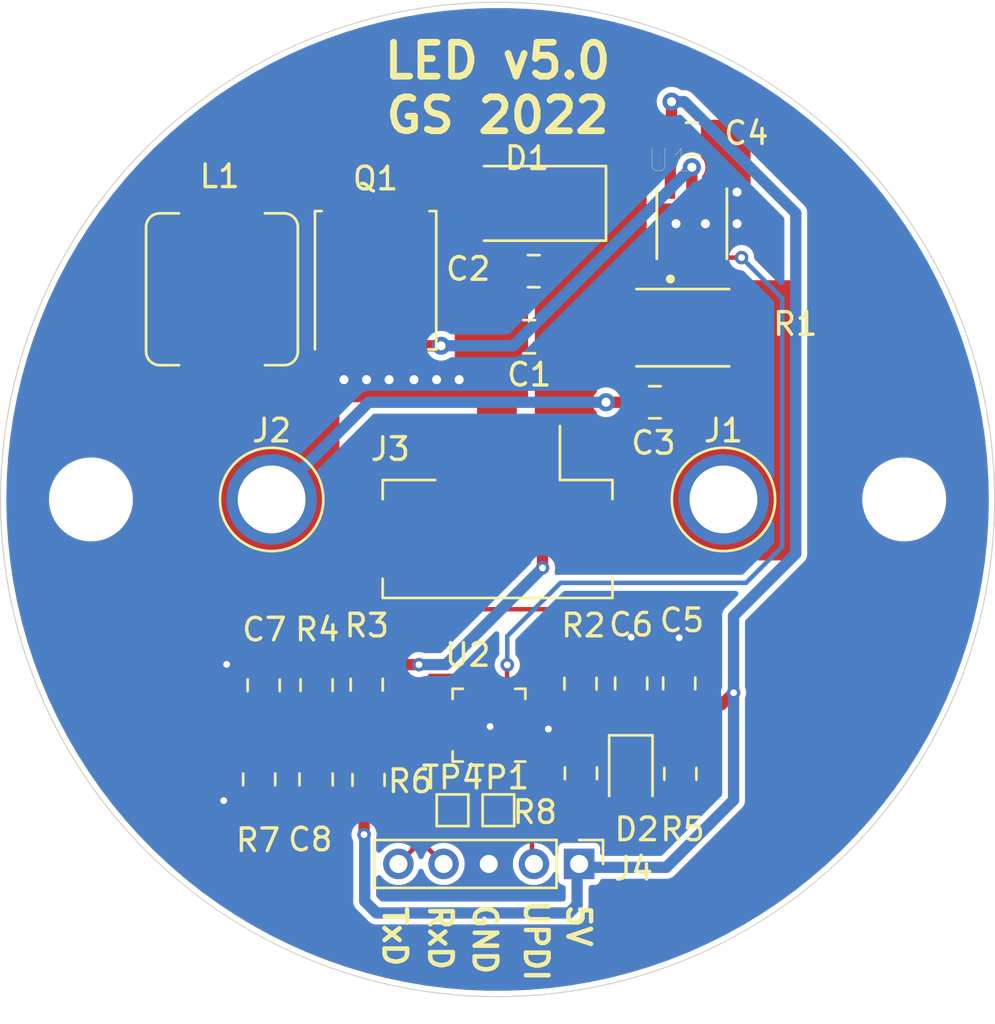
<source format=kicad_pcb>
(kicad_pcb (version 20211014) (generator pcbnew)
  (layers (0 "F.Cu" signal) (31 "B.Cu" signal) (34 "B.Paste" user) (35 "F.Paste" user) (36 "B.SilkS" user "B.Silkscreen") (37 "F.SilkS" user "F.Silkscreen") (38 "B.Mask" user) (39 "F.Mask" user) (44 "Edge.Cuts" user))
  (net 0 "")
  (net 1 "GND")
  (net 2 "VCC")
  (net 3 "Net-(C3-Pad1)")
  (net 4 "+5V")
  (net 5 "Net-(D1-Pad2)")
  (net 6 "Net-(D2-Pad2)")
  (net 7 "/LED")
  (net 8 "/MODE")
  (net 9 "/TMESS")
  (net 10 "/PWM")
  (net 11 "Net-(Q1-Pad4)")
  (net 12 "/VMESS")
  (net 13 "Net-(C3-Pad2)")
  (net 14 "Net-(R8-Pad1)")
  (net 18 "Net-(U2-Pad16)")
  (net 21 "Net-(J4-Pad2)")
  (net 22 "/RXD")
  (net 23 "/TXD")
  (net 25 "Net-(U2-Pad15)")
  (footprint "Capacitor_SMD:C_0805_2012Metric" (layer "F.Cu") (at 58.6 34.04)
    (fp_text reference "C4" (at 2.416 -0.246 180) (layer "F.SilkS"))
    (fp_text value "22u0 / 25V")
    (fp_line (start -0.258578 0.71) (end 0.258578 0.71) (layer "F.SilkS") (width 0.12))
    (fp_line (start -0.258578 -0.71) (end 0.258578 -0.71) (layer "F.SilkS") (width 0.12))
    (pad "1" smd roundrect locked (at -0.9375 0) (size 0.975 1.4) (layers "F.Cu" "F.Paste" "F.Mask") (net 4 "+5V"))
    (pad "2" smd roundrect locked (at 0.9375 0) (size 0.975 1.4) (layers "F.Cu" "F.Paste" "F.Mask") (net 1 "GND"))
  )
  (footprint "Capacitor_SMD:C_0805_2012Metric" (layer "F.Cu") (at 58.04 58.1425 90)
    (fp_text reference "C5" (at 2.7925 0.12) (layer "F.SilkS"))
    (fp_text value "22u0 / 25V")
    (fp_line (start -0.258578 -0.71) (end 0.258578 -0.71) (layer "F.SilkS") (width 0.12))
    (fp_line (start -0.258578 0.71) (end 0.258578 0.71) (layer "F.SilkS") (width 0.12))
    (pad "1" smd roundrect locked (at -0.9375 0 90) (size 0.975 1.4) (layers "F.Cu" "F.Paste" "F.Mask") (net 4 "+5V"))
    (pad "2" smd roundrect locked (at 0.9375 0 90) (size 0.975 1.4) (layers "F.Cu" "F.Paste" "F.Mask") (net 1 "GND"))
  )
  (footprint "Diode_SMD:D_SMA" (layer "F.Cu") (at 51.4 36.9 180)
    (fp_text reference "D1" (at 0.1 2) (layer "F.SilkS"))
    (fp_text value "SS54")
    (fp_line (start -3.4 -1.65) (end -3.4 1.65) (layer "F.SilkS") (width 0.12))
    (fp_line (start -3.4 1.65) (end 2 1.65) (layer "F.SilkS") (width 0.12))
    (fp_line (start -3.4 -1.65) (end 2 -1.65) (layer "F.SilkS") (width 0.12))
    (pad "1" smd rect locked (at -2 0 180) (size 2.5 1.8) (layers "F.Cu" "F.Paste" "F.Mask") (net 2 "VCC"))
    (pad "2" smd rect locked (at 2 0 180) (size 2.5 1.8) (layers "F.Cu" "F.Paste" "F.Mask") (net 5 "Net-(D1-Pad2)"))
  )
  (footprint "LED_SMD:LED_0805_2012Metric" (layer "F.Cu") (at 55.9 62.1225 -90)
    (fp_text reference "D2" (at 2.4775 -0.26 180) (layer "F.SilkS"))
    (fp_text value "LED blau")
    (fp_line (start -1.685 -0.96) (end -1.685 0.96) (layer "F.SilkS") (width 0.12))
    (fp_line (start -1.685 0.96) (end 1 0.96) (layer "F.SilkS") (width 0.12))
    (fp_line (start 1 -0.96) (end -1.685 -0.96) (layer "F.SilkS") (width 0.12))
    (pad "1" smd roundrect locked (at -0.9375 0 270) (size 0.975 1.4) (layers "F.Cu" "F.Paste" "F.Mask") (net 7 "/LED"))
    (pad "2" smd roundrect locked (at 0.9375 0 270) (size 0.975 1.4) (layers "F.Cu" "F.Paste" "F.Mask") (net 6 "Net-(D2-Pad2)"))
  )
  (footprint "Resistor_SMD:R_0805_2012Metric" (layer "F.Cu") (at 53.67 58.1525 90)
    (fp_text reference "R2" (at 2.5725 0.13 180) (layer "F.SilkS"))
    (fp_text value "10k0")
    (fp_line (start -0.258578 0.71) (end 0.258578 0.71) (layer "F.SilkS") (width 0.12))
    (fp_line (start -0.258578 -0.71) (end 0.258578 -0.71) (layer "F.SilkS") (width 0.12))
    (pad "1" smd roundrect locked (at -0.9375 0 90) (size 0.975 1.4) (layers "F.Cu" "F.Paste" "F.Mask") (net 4 "+5V"))
    (pad "2" smd roundrect locked (at 0.9375 0 90) (size 0.975 1.4) (layers "F.Cu" "F.Paste" "F.Mask") (net 8 "/MODE"))
  )
  (footprint "Resistor_SMD:R_0805_2012Metric" (layer "F.Cu") (at 44.2075 58.1975 -90)
    (fp_text reference "R3" (at -2.616 -0.004 180) (layer "F.SilkS"))
    (fp_text value "82k5")
    (fp_line (start -0.258578 0.71) (end 0.258578 0.71) (layer "F.SilkS") (width 0.12))
    (fp_line (start -0.258578 -0.71) (end 0.258578 -0.71) (layer "F.SilkS") (width 0.12))
    (pad "1" smd roundrect locked (at -0.9375 0 270) (size 0.975 1.4) (layers "F.Cu" "F.Paste" "F.Mask") (net 2 "VCC"))
    (pad "2" smd roundrect locked (at 0.9375 0 270) (size 0.975 1.4) (layers "F.Cu" "F.Paste" "F.Mask") (net 12 "/VMESS"))
  )
  (footprint "Resistor_SMD:R_0805_2012Metric" (layer "F.Cu") (at 41.9875 58.2175 90)
    (fp_text reference "R4" (at 2.4575 0.0325) (layer "F.SilkS"))
    (fp_text value "6k81")
    (fp_line (start -0.258578 0.71) (end 0.258578 0.71) (layer "F.SilkS") (width 0.12))
    (fp_line (start -0.258578 -0.71) (end 0.258578 -0.71) (layer "F.SilkS") (width 0.12))
    (pad "1" smd roundrect locked (at -0.9375 0 90) (size 0.975 1.4) (layers "F.Cu" "F.Paste" "F.Mask") (net 12 "/VMESS"))
    (pad "2" smd roundrect locked (at 0.9375 0 90) (size 0.975 1.4) (layers "F.Cu" "F.Paste" "F.Mask") (net 1 "GND"))
  )
  (footprint "Resistor_SMD:R_0805_2012Metric" (layer "F.Cu") (at 58.09 62.14 90)
    (fp_text reference "R5" (at -2.4625 0.1) (layer "F.SilkS"))
    (fp_text value "4k75")
    (fp_line (start -0.258578 -0.71) (end 0.258578 -0.71) (layer "F.SilkS") (width 0.12))
    (fp_line (start -0.258578 0.71) (end 0.258578 0.71) (layer "F.SilkS") (width 0.12))
    (pad "1" smd roundrect locked (at -0.9375 0 90) (size 0.975 1.4) (layers "F.Cu" "F.Paste" "F.Mask") (net 6 "Net-(D2-Pad2)"))
    (pad "2" smd roundrect locked (at 0.9375 0 90) (size 0.975 1.4) (layers "F.Cu" "F.Paste" "F.Mask") (net 4 "+5V"))
  )
  (footprint "Resistor_SMD:R_0805_2012Metric" (layer "F.Cu") (at 44.2875 62.41 90)
    (fp_text reference "R6" (at -0.06 1.8425 180) (layer "F.SilkS"))
    (fp_text value "10k0")
    (fp_line (start -0.258578 0.71) (end 0.258578 0.71) (layer "F.SilkS") (width 0.12))
    (fp_line (start -0.258578 -0.71) (end 0.258578 -0.71) (layer "F.SilkS") (width 0.12))
    (pad "1" smd roundrect locked (at -0.9375 0 90) (size 0.975 1.4) (layers "F.Cu" "F.Paste" "F.Mask") (net 4 "+5V"))
    (pad "2" smd roundrect locked (at 0.9375 0 90) (size 0.975 1.4) (layers "F.Cu" "F.Paste" "F.Mask") (net 9 "/TMESS"))
  )
  (footprint "Resistor_SMD:R_0805_2012Metric" (layer "F.Cu") (at 39.4475 62.39 -90)
    (fp_text reference "R7" (at 2.69 0.0475) (layer "F.SilkS"))
    (fp_text value "CMFB103F3950FANT")
    (fp_line (start -0.258578 0.71) (end 0.258578 0.71) (layer "F.SilkS") (width 0.12))
    (fp_line (start -0.258578 -0.71) (end 0.258578 -0.71) (layer "F.SilkS") (width 0.12))
    (pad "1" smd roundrect locked (at -0.9375 0 270) (size 0.975 1.4) (layers "F.Cu" "F.Paste" "F.Mask") (net 9 "/TMESS"))
    (pad "2" smd roundrect locked (at 0.9375 0 270) (size 0.975 1.4) (layers "F.Cu" "F.Paste" "F.Mask") (net 1 "GND"))
  )
  (footprint "Package_DFN_QFN:VQFN-20-1EP_3x3mm_P0.4mm_EP1.7x1.7mm" (layer "F.Cu") (at 49.62 59.99 180)
    (fp_text reference "U2" (at 0.94 3.11) (layer "F.SilkS"))
    (fp_text value "ATtiny1616-M")
    (fp_line (start 1.16 1.61) (end 1.61 1.61) (layer "F.SilkS") (width 0.12))
    (fp_line (start -1.16 1.61) (end -1.61 1.61) (layer "F.SilkS") (width 0.12))
    (fp_line (start -1.61 1.61) (end -1.61 1.16) (layer "F.SilkS") (width 0.12))
    (fp_line (start 1.61 1.61) (end 1.61 1.16) (layer "F.SilkS") (width 0.12))
    (fp_line (start -1.16 -1.61) (end -1.61 -1.61) (layer "F.SilkS") (width 0.12))
    (fp_line (start 1.61 -1.61) (end 1.61 -1.16) (layer "F.SilkS") (width 0.12))
    (fp_line (start 1.16 -1.61) (end 1.61 -1.61) (layer "F.SilkS") (width 0.12))
    (pad "1" smd custom (at -1.45 -0.8 180) (size 0.143431 0.143431) (layers "F.Cu" "F.Paste" "F.Mask") (net 7 "/LED") (options (clearance outline) (anchor circle)) (primitives (gr_poly (pts (xy 0.35 0.000711) (xy 0.35 0.05) (xy -0.35 0.05) (xy -0.35 -0.05) (xy 0.299289 -0.05)) (width 0.1) (fill yes))))
    (pad "2" smd roundrect (at -1.45 -0.4 180) (size 0.8 0.2) (layers "F.Cu" "F.Paste" "F.Mask"))
    (pad "3" smd roundrect (at -1.45 0 180) (size 0.8 0.2) (layers "F.Cu" "F.Paste" "F.Mask") (net 1 "GND"))
    (pad "4" smd roundrect (at -1.45 0.4 180) (size 0.8 0.2) (layers "F.Cu" "F.Paste" "F.Mask") (net 4 "+5V"))
    (pad "5" smd custom (at -1.45 0.8 180) (size 0.143431 0.143431) (layers "F.Cu" "F.Paste" "F.Mask") (net 8 "/MODE") (options (clearance outline) (anchor circle)) (primitives (gr_poly (pts (xy 0.35 -0.000711) (xy 0.299289 0.05) (xy -0.35 0.05) (xy -0.35 -0.05) (xy 0.35 -0.05)) (width 0.1) (fill yes))))
    (pad "6" smd custom (at -0.8 1.45 180) (size 0.143431 0.143431) (layers "F.Cu" "F.Paste" "F.Mask") (net 10 "/PWM") (options (clearance outline) (anchor circle)) (primitives (gr_poly (pts (xy 0.05 0.35) (xy -0.05 0.35) (xy -0.05 -0.299289) (xy 0.000711 -0.35) (xy 0.05 -0.35)) (width 0.1) (fill yes))))
    (pad "7" smd roundrect (at -0.4 1.45 180) (size 0.2 0.8) (layers "F.Cu" "F.Paste" "F.Mask"))
    (pad "8" smd roundrect (at 0 1.45 180) (size 0.2 0.8) (layers "F.Cu" "F.Paste" "F.Mask"))
    (pad "9" smd roundrect (at 0.4 1.45 180) (size 0.2 0.8) (layers "F.Cu" "F.Paste" "F.Mask") (net 12 "/VMESS"))
    (pad "10" smd custom (at 0.8 1.45 180) (size 0.143431 0.143431) (layers "F.Cu" "F.Paste" "F.Mask") (net 9 "/TMESS") (options (clearance outline) (anchor circle)) (primitives (gr_poly (pts (xy 0.05 -0.299289) (xy 0.05 0.35) (xy -0.05 0.35) (xy -0.05 -0.35) (xy -0.000711 -0.35)) (width 0.1) (fill yes))))
    (pad "11" smd custom (at 1.45 0.8 180) (size 0.143431 0.143431) (layers "F.Cu" "F.Paste" "F.Mask") (options (clearance outline) (anchor circle)) (primitives (gr_poly (pts (xy 0.35 0.05) (xy -0.299289 0.05) (xy -0.35 -0.000711) (xy -0.35 -0.05) (xy 0.35 -0.05)) (width 0.1) (fill yes))))
    (pad "12" smd roundrect (at 1.45 0.4 180) (size 0.8 0.2) (layers "F.Cu" "F.Paste" "F.Mask") (net 23 "/TXD"))
    (pad "13" smd roundrect (at 1.45 0 180) (size 0.8 0.2) (layers "F.Cu" "F.Paste" "F.Mask") (net 22 "/RXD"))
    (pad "14" smd roundrect (at 1.45 -0.4 180) (size 0.8 0.2) (layers "F.Cu" "F.Paste" "F.Mask"))
    (pad "15" smd custom (at 1.45 -0.8 180) (size 0.143431 0.143431) (layers "F.Cu" "F.Paste" "F.Mask") (net 25 "Net-(U2-Pad15)") (options (clearance outline) (anchor circle)) (primitives (gr_poly (pts (xy 0.35 0.05) (xy -0.35 0.05) (xy -0.35 0.000711) (xy -0.299289 -0.05) (xy 0.35 -0.05)) (width 0.1) (fill yes))))
    (pad "16" smd custom (at 0.8 -1.45 180) (size 0.143431 0.143431) (layers "F.Cu" "F.Paste" "F.Mask") (net 18 "Net-(U2-Pad16)") (options (clearance outline) (anchor circle)) (primitives (gr_poly (pts (xy 0.05 0.299289) (xy -0.000711 0.35) (xy -0.05 0.35) (xy -0.05 -0.35) (xy 0.05 -0.35)) (width 0.1) (fill yes))))
    (pad "17" smd roundrect (at 0.4 -1.45 180) (size 0.2 0.8) (layers "F.Cu" "F.Paste" "F.Mask"))
    (pad "18" smd roundrect (at 0 -1.45 180) (size 0.2 0.8) (layers "F.Cu" "F.Paste" "F.Mask"))
    (pad "19" smd roundrect (at -0.4 -1.45 180) (size 0.2 0.8) (layers "F.Cu" "F.Paste" "F.Mask") (net 14 "Net-(R8-Pad1)"))
    (pad "20" smd custom (at -0.8 -1.45 180) (size 0.143431 0.143431) (layers "F.Cu" "F.Paste" "F.Mask") (options (clearance outline) (anchor circle)) (primitives (gr_poly (pts (xy 0.05 0.35) (xy 0.000711 0.35) (xy -0.05 0.299289) (xy -0.05 -0.35) (xy 0.05 -0.35)) (width 0.1) (fill yes))))
    (pad "21" smd rect (at 0 0 180) (size 1.7 1.7) (layers "F.Cu" "F.Mask") (net 1 "GND"))
  )
  (footprint "Connector_JST:JST_PH_B3B-PH-SM4-TB_1x03-1MP_P2.00mm_Vertical" (layer "F.Cu") (at 50 50 180)
    (fp_text reference "J3" (at 4.75 2.23 180) (layer "F.SilkS"))
    (fp_text value "JST_B3B-PH-SM4-TB(LF)(SN)")
    (fp_line (start -5.085 0.86) (end -2.76 0.86) (layer "F.SilkS") (width 0.12))
    (fp_line (start -5.085 0.01) (end -5.085 0.86) (layer "F.SilkS") (width 0.12))
    (fp_line (start -5.085 -3.51) (end -5.085 -4.36) (layer "F.SilkS") (width 0.12))
    (fp_line (start 5.085 -4.36) (end 5.085 -3.51) (layer "F.SilkS") (width 0.12))
    (fp_line (start 5.085 0.86) (end 2.76 0.86) (layer "F.SilkS") (width 0.12))
    (fp_line (start 5.085 0.01) (end 5.085 0.86) (layer "F.SilkS") (width 0.12))
    (fp_line (start -5.085 -4.36) (end 5.085 -4.36) (layer "F.SilkS") (width 0.12))
    (fp_line (start -2.76 0.86) (end -2.76 3.25) (layer "F.SilkS") (width 0.12))
    (pad "1" smd roundrect (at -2 0.5 180) (size 1 5.5) (layers "F.Cu" "F.Paste" "F.Mask") (net 2 "VCC"))
    (pad "2" smd roundrect (at 0 0.5 180) (size 1 5.5) (layers "F.Cu" "F.Paste" "F.Mask") (net 1 "GND"))
    (pad "3" smd roundrect (at 2 0.5 180) (size 1 5.5) (layers "F.Cu" "F.Paste" "F.Mask") (net 8 "/MODE"))
    (pad "MP" smd roundrect (at -4.4 -1.75 180) (size 1.6 3) (layers "F.Cu" "F.Paste" "F.Mask") (roundrect_rratio 0.15625))
    (pad "MP" smd roundrect (at 4.4 -1.75 180) (size 1.6 3) (layers "F.Cu" "F.Paste" "F.Mask") (roundrect_rratio 0.15625))
  )
  (footprint "MountingHole:MountingHole_3.2mm_M3" (layer "F.Cu") (at 32 50)
    (fp_text reference "H1" hide)
    (fp_text value "M1" hide)
    (pad "" np_thru_hole circle locked (at 0 0) (size 3.2 3.2) (drill 3.2) (layers *.Cu "F.Mask"))
  )
  (footprint "MountingHole:MountingHole_3.2mm_M3" (layer "F.Cu") (at 68 50)
    (fp_text reference "H2" hide)
    (fp_text value "M2" hide)
    (pad "" np_thru_hole circle locked (at 0 0) (size 3.2 3.2) (drill 3.2) (layers *.Cu "F.Mask"))
  )
  (footprint "buck_3a_v4:SON95P300X300X80-7N" (layer "F.Cu") (at 58.6 37.8 90)
    (fp_text reference "U1" (at 2.8 -1 180) (layer "F.SilkS") (effects (font (thickness 0.015))))
    (fp_text value "MAX16820ATT")
    (fp_line (start -1.55 -1.55) (end 1.55 -1.55) (layer "F.SilkS") (width 0.127))
    (fp_line (start -1.55 1.55) (end 1.55 1.55) (layer "F.SilkS") (width 0.127))
    (fp_circle (center -2.445 -0.95) (end -2.345 -0.95) (layer "F.SilkS") (width 0.2) (fill none))
    (pad "1" smd rect locked (at -1.485 -0.95 90) (size 0.76 0.42) (layers "F.Cu" "F.Paste" "F.Mask") (net 2 "VCC"))
    (pad "2" smd rect locked (at -1.485 0 90) (size 0.76 0.42) (layers "F.Cu" "F.Paste" "F.Mask") (net 13 "Net-(C3-Pad2)"))
    (pad "3" smd rect locked (at -1.485 0.95 90) (size 0.76 0.42) (layers "F.Cu" "F.Paste" "F.Mask") (net 10 "/PWM"))
    (pad "4" smd rect locked (at 1.485 0.95 90) (size 0.76 0.42) (layers "F.Cu" "F.Paste" "F.Mask") (net 1 "GND"))
    (pad "5" smd rect locked (at 1.485 0 90) (size 0.76 0.42) (layers "F.Cu" "F.Paste" "F.Mask") (net 11 "Net-(Q1-Pad4)"))
    (pad "6" smd rect locked (at 1.485 -0.95 90) (size 0.76 0.42) (layers "F.Cu" "F.Paste" "F.Mask") (net 4 "+5V"))
    (pad "7" smd rect locked (at 0 0 90) (size 1.5 2.3) (layers "F.Cu" "F.Mask") (net 1 "GND"))
  )
  (footprint "Capacitor_SMD:C_0805_2012Metric" (layer "F.Cu") (at 55.914 58.144 90)
    (fp_text reference "C6" (at 2.6 0) (layer "F.SilkS"))
    (fp_text value "100n")
    (fp_line (start -0.258578 0.71) (end 0.258578 0.71) (layer "F.SilkS") (width 0.12))
    (fp_line (start -0.258578 -0.71) (end 0.258578 -0.71) (layer "F.SilkS") (width 0.12))
    (pad "1" smd roundrect locked (at -0.9375 0 90) (size 0.975 1.4) (layers "F.Cu" "F.Paste" "F.Mask") (net 4 "+5V"))
    (pad "2" smd roundrect locked (at 0.9375 0 90) (size 0.975 1.4) (layers "F.Cu" "F.Paste" "F.Mask") (net 1 "GND"))
  )
  (footprint "Inductor_SMD:L_Sumida_CDMC6D28_7.25x6.5mm" (layer "F.Cu") (at 37.8 40.7 90)
    (fp_text reference "L1" (at 5 -0.1 180) (layer "F.SilkS"))
    (fp_text value "MWSA0603-100MT")
    (fp_line (start 2.75 3.36) (end -2.75 3.36) (layer "F.SilkS") (width 0.12))
    (fp_line (start -3.36 -1.9) (end -3.36 -2.75) (layer "F.SilkS") (width 0.12))
    (fp_line (start 3.36 1.9) (end 3.36 2.75) (layer "F.SilkS") (width 0.12))
    (fp_line (start 3.36 -2.75) (end 3.36 -1.9) (layer "F.SilkS") (width 0.12))
    (fp_line (start -3.36 2.75) (end -3.36 1.9) (layer "F.SilkS") (width 0.12))
    (fp_line (start -2.75 -3.36) (end 2.75 -3.36) (layer "F.SilkS") (width 0.12))
    (fp_arc (start -2.75 3.36) (mid -3.181335 3.181335) (end -3.36 2.75) (layer "F.SilkS") (width 0.12))
    (fp_arc (start -3.36 -2.75) (mid -3.181335 -3.181335) (end -2.75 -3.36) (layer "F.SilkS") (width 0.12))
    (fp_arc (start 2.75 -3.36) (mid 3.181335 -3.181335) (end 3.36 -2.75) (layer "F.SilkS") (width 0.12))
    (fp_arc (start 3.36 2.75) (mid 3.181335 3.181335) (end 2.75 3.36) (layer "F.SilkS") (width 0.12))
    (pad "1" smd rect locked (at -2.85 0 90) (size 2 3.4) (layers "F.Cu" "F.Paste" "F.Mask") (net 3 "Net-(C3-Pad1)"))
    (pad "2" smd rect locked (at 2.85 0 90) (size 2 3.4) (layers "F.Cu" "F.Paste" "F.Mask") (net 5 "Net-(D1-Pad2)"))
  )
  (footprint "Capacitor_SMD:C_0805_2012Metric" (layer "F.Cu") (at 51.4 42.8 180)
    (fp_text reference "C1" (at 0 -1.68 180) (layer "F.SilkS"))
    (fp_text value "22u0 / 25V")
    (fp_line (start -0.261252 0.735) (end 0.261252 0.735) (layer "F.SilkS") (width 0.12))
    (fp_line (start -0.261252 -0.735) (end 0.261252 -0.735) (layer "F.SilkS") (width 0.12))
    (pad "1" smd roundrect (at -0.95 0 180) (size 1 1.45) (layers "F.Cu" "F.Paste" "F.Mask") (net 2 "VCC"))
    (pad "2" smd roundrect (at 0.95 0 180) (size 1 1.45) (layers "F.Cu" "F.Paste" "F.Mask") (net 1 "GND"))
  )
  (footprint "Capacitor_SMD:C_0805_2012Metric" (layer "F.Cu") (at 39.6475 58.225 90)
    (fp_text reference "C7" (at 2.465 0.0325 180) (layer "F.SilkS"))
    (fp_text value "4n70")
    (fp_line (start -0.258578 0.71) (end 0.258578 0.71) (layer "F.SilkS") (width 0.12))
    (fp_line (start -0.258578 -0.71) (end 0.258578 -0.71) (layer "F.SilkS") (width 0.12))
    (pad "1" smd roundrect locked (at -0.9375 0 90) (size 0.975 1.4) (layers "F.Cu" "F.Paste" "F.Mask") (net 12 "/VMESS"))
    (pad "2" smd roundrect locked (at 0.9375 0 90) (size 0.975 1.4) (layers "F.Cu" "F.Paste" "F.Mask") (net 1 "GND"))
  )
  (footprint "Resistor_SMD:R_2512_6332Metric" (layer "F.Cu") (at 58.2 42.4 180)
    (fp_text reference "R1" (at -4.98 0.164) (layer "F.SilkS"))
    (fp_text value "0R070")
    (fp_line (start -2.052064 -1.71) (end 2.052064 -1.71) (layer "F.SilkS") (width 0.12))
    (fp_line (start -2.052064 1.71) (end 2.052064 1.71) (layer "F.SilkS") (width 0.12))
    (pad "1" smd roundrect locked (at -2.9 0 180) (size 1.35 3.35) (layers "F.Cu" "F.Paste" "F.Mask") (roundrect_rratio 0.1851851852) (net 13 "Net-(C3-Pad2)"))
    (pad "2" smd roundrect locked (at 2.9 0 180) (size 1.35 3.35) (layers "F.Cu" "F.Paste" "F.Mask") (roundrect_rratio 0.1851851852) (net 2 "VCC"))
  )
  (footprint "Capacitor_SMD:C_0805_2012Metric" (layer "F.Cu") (at 51.6 39.9 180)
    (fp_text reference "C2" (at 2.9 0.1) (layer "F.SilkS"))
    (fp_text value "100n")
    (fp_line (start -0.258578 -0.71) (end 0.258578 -0.71) (layer "F.SilkS") (width 0.12))
    (fp_line (start -0.258578 0.71) (end 0.258578 0.71) (layer "F.SilkS") (width 0.12))
    (pad "1" smd roundrect locked (at -0.9375 0 180) (size 0.975 1.4) (layers "F.Cu" "F.Paste" "F.Mask") (net 2 "VCC"))
    (pad "2" smd roundrect locked (at 0.9375 0 180) (size 0.975 1.4) (layers "F.Cu" "F.Paste" "F.Mask") (net 1 "GND"))
  )
  (footprint "Package_TO_SOT_SMD:TDSON-8-1" (layer "F.Cu") (at 44.6 40.3 90)
    (fp_text reference "Q1" (at 4.5 0 180) (layer "F.SilkS"))
    (fp_text value "BSC022N04LSATMA")
    (fp_line (start -3.06 2.335) (end -3.06 2.685) (layer "F.SilkS") (width 0.12))
    (fp_line (start 3.06 2.385) (end 3.06 2.685) (layer "F.SilkS") (width 0.12))
    (fp_line (start 3.06 2.685) (end -3.06 2.685) (layer "F.SilkS") (width 0.12))
    (fp_line (start 3.06 -2.385) (end 3.06 -2.685) (layer "F.SilkS") (width 0.12))
    (fp_line (start 3.06 -2.685) (end -3.06 -2.685) (layer "F.SilkS") (width 0.12))
    (pad "1" smd rect locked (at -2.9 -1.905 90) (size 0.85 0.5) (layers "F.Cu" "F.Paste" "F.Mask") (net 1 "GND"))
    (pad "2" smd rect locked (at -2.9 -0.635 90) (size 0.85 0.5) (layers "F.Cu" "F.Paste" "F.Mask") (net 1 "GND"))
    (pad "3" smd rect locked (at -2.9 0.635 90) (size 0.85 0.5) (layers "F.Cu" "F.Paste" "F.Mask") (net 1 "GND"))
    (pad "4" smd rect locked (at -2.9 1.905 90) (size 0.85 0.5) (layers "F.Cu" "F.Paste" "F.Mask") (net 11 "Net-(Q1-Pad4)"))
    (pad "5" smd rect locked (at 1.05 0 90) (size 4.55 4.41) (layers "F.Cu") (net 5 "Net-(D1-Pad2)"))
  )
  (footprint "Resistor_SMD:R_0805_2012Metric" (layer "F.Cu") (at 53.69 62.12 -90)
    (fp_text reference "R8" (at 1.7175 2.04) (layer "F.SilkS"))
    (fp_text value "470r")
    (fp_line (start -0.258578 -0.71) (end 0.258578 -0.71) (layer "F.SilkS") (width 0.12))
    (fp_line (start -0.258578 0.71) (end 0.258578 0.71) (layer "F.SilkS") (width 0.12))
    (pad "1" smd roundrect locked (at -0.9375 0 270) (size 0.975 1.4) (layers "F.Cu" "F.Paste" "F.Mask") (net 14 "Net-(R8-Pad1)"))
    (pad "2" smd roundrect locked (at 0.9375 0 270) (size 0.975 1.4) (layers "F.Cu" "F.Paste" "F.Mask") (net 21 "Net-(J4-Pad2)"))
  )
  (footprint "Capacitor_SMD:C_0805_2012Metric" (layer "F.Cu") (at 56.9625 45.7)
    (fp_text reference "C3" (at -0.0625 1.8) (layer "F.SilkS"))
    (fp_text value "DNP")
    (fp_line (start -0.258578 -0.71) (end 0.258578 -0.71) (layer "F.SilkS") (width 0.12))
    (fp_line (start -0.258578 0.71) (end 0.258578 0.71) (layer "F.SilkS") (width 0.12))
    (pad "1" smd roundrect locked (at -0.9375 0) (size 0.975 1.4) (layers "F.Cu" "F.Paste" "F.Mask") (net 3 "Net-(C3-Pad1)"))
    (pad "2" smd roundrect locked (at 0.9375 0) (size 0.975 1.4) (layers "F.Cu" "F.Paste" "F.Mask") (net 13 "Net-(C3-Pad2)"))
  )
  (footprint "TestPoint:TestPoint_Pad_1.0x1.0mm" (layer "F.Cu") (at 50.038 63.754)
    (fp_text reference "TP1" (at 0 -1.448) (layer "F.SilkS"))
    (fp_text value "TestPoint")
    (fp_line (start 0.7 -0.7) (end 0.7 0.7) (layer "F.SilkS") (width 0.12))
    (fp_line (start 0.7 0.7) (end -0.7 0.7) (layer "F.SilkS") (width 0.12))
    (fp_line (start -0.7 0.7) (end -0.7 -0.7) (layer "F.SilkS") (width 0.12))
    (fp_line (start -0.7 -0.7) (end 0.7 -0.7) (layer "F.SilkS") (width 0.12))
    (pad "1" smd rect (at 0 0) (size 1 1) (layers "F.Cu" "F.Mask") (net 18 "Net-(U2-Pad16)"))
  )
  (footprint "Connector_PinHeader_2.00mm:PinHeader_1x05_P2.00mm_Vertical" (layer "F.Cu") (at 53.61 66.13 -90)
    (fp_text reference "J4" (at 0.21 -2.41) (layer "F.SilkS"))
    (fp_text value "Conn_01x05")
    (fp_line (start -1.06 1) (end 1.06 1) (layer "F.SilkS") (width 0.12))
    (fp_line (start -1.06 -1.06) (end 0 -1.06) (layer "F.SilkS") (width 0.12))
    (fp_line (start -1.06 9.06) (end 1.06 9.06) (layer "F.SilkS") (width 0.12))
    (fp_line (start -1.06 0) (end -1.06 -1.06) (layer "F.SilkS") (width 0.12))
    (fp_line (start -1.06 1) (end -1.06 9.06) (layer "F.SilkS") (width 0.12))
    (fp_line (start 1.06 1) (end 1.06 9.06) (layer "F.SilkS") (width 0.12))
    (pad "1" thru_hole rect (at 0 0 270) (size 1.35 1.35) (drill 0.8) (layers *.Cu *.Mask) (net 4 "+5V"))
    (pad "2" thru_hole oval (at 0 2 270) (size 1.35 1.35) (drill 0.8) (layers *.Cu *.Mask) (net 21 "Net-(J4-Pad2)"))
    (pad "3" thru_hole oval (at 0 4 270) (size 1.35 1.35) (drill 0.8) (layers *.Cu *.Mask) (net 1 "GND"))
    (pad "4" thru_hole oval (at 0 6 270) (size 1.35 1.35) (drill 0.8) (layers *.Cu *.Mask) (net 22 "/RXD"))
    (pad "5" thru_hole oval (at 0 8 270) (size 1.35 1.35) (drill 0.8) (layers *.Cu *.Mask) (net 23 "/TXD"))
  )
  (footprint "Capacitor_SMD:C_0805_2012Metric" (layer "F.Cu") (at 41.9675 62.39 -90)
    (fp_text reference "C8" (at 2.66 0.2575 180) (layer "F.SilkS"))
    (fp_text value "4n70")
    (fp_line (start -0.261252 -0.735) (end 0.261252 -0.735) (layer "F.SilkS") (width 0.12))
    (fp_line (start -0.261252 0.735) (end 0.261252 0.735) (layer "F.SilkS") (width 0.12))
    (pad "1" smd roundrect (at -0.95 0 270) (size 1 1.45) (layers "F.Cu" "F.Paste" "F.Mask") (net 9 "/TMESS"))
    (pad "2" smd roundrect (at 0.95 0 270) (size 1 1.45) (layers "F.Cu" "F.Paste" "F.Mask") (net 1 "GND"))
  )
  (footprint "TestPoint:TestPoint_Pad_1.0x1.0mm" (layer "F.Cu") (at 48.006 63.754)
    (fp_text reference "TP4" (at 0 -1.448) (layer "F.SilkS"))
    (fp_text value "TestPoint")
    (fp_line (start -0.7 0.7) (end -0.7 -0.7) (layer "F.SilkS") (width 0.12))
    (fp_line (start 0.7 -0.7) (end 0.7 0.7) (layer "F.SilkS") (width 0.12))
    (fp_line (start 0.7 0.7) (end -0.7 0.7) (layer "F.SilkS") (width 0.12))
    (fp_line (start -0.7 -0.7) (end 0.7 -0.7) (layer "F.SilkS") (width 0.12))
    (pad "1" smd rect (at 0 0) (size 1 1) (layers "F.Cu" "F.Mask") (net 25 "Net-(U2-Pad15)"))
  )
  (footprint "TestPoint:TestPoint_Plated_Hole_D3.0mm" (layer "F.Cu") (at 60 50)
    (fp_text reference "J1" (at 0 -3.048) (layer "F.SilkS"))
    (fp_text value "LED+")
    (fp_circle (center 0 0) (end 0 -2.286) (layer "F.SilkS") (width 0.12) (fill none))
    (pad "1" thru_hole circle (at 0 0) (size 4 4) (drill 3) (layers *.Cu *.Mask) (net 13 "Net-(C3-Pad2)"))
  )
  (footprint "TestPoint:TestPoint_Plated_Hole_D3.0mm" (layer "F.Cu") (at 40 50)
    (fp_text reference "J2" (at 0 -3.048) (layer "F.SilkS"))
    (fp_text value "LED-")
    (fp_circle (center 0 0) (end 0 -2.286) (layer "F.SilkS") (width 0.12) (fill none))
    (pad "1" thru_hole circle (at 0 0) (size 4 4) (drill 3) (layers *.Cu *.Mask) (net 3 "Net-(C3-Pad1)"))
  )
  (gr_circle (center 50 50) (end 72 50) (layer "Edge.Cuts") (width 0.05) (fill none))
  (gr_text "UPDI" (at 51.71 69.53 270) (layer "F.SilkS") (effects (font (size 1 1) (thickness 0.2))))
  (gr_text "5V" (at 53.59 68.86 270) (layer "F.SilkS") (effects (font (size 1 1) (thickness 0.2))))
  (gr_text "LED v5.0\nGS 2022" (at 50 31.8) (layer "F.SilkS") (effects (font (size 1.5 1.5) (thickness 0.3))))
  (gr_text "RxD" (at 47.47 69.39 270) (layer "F.SilkS") (effects (font (size 1 1) (thickness 0.2))))
  (gr_text "TxD" (at 45.45 69.35 270) (layer "F.SilkS") (effects (font (size 1 1) (thickness 0.2))))
  (gr_text "GND" (at 49.44 69.46 270) (layer "F.SilkS") (effects (font (size 1 1) (thickness 0.2))))
  (segment (start 52.25 60.159157) (end 52.249579 60.158736) (width 0.2) (layer "F.Cu") (net 1))
  (segment (start 39.6475 57.2875) (end 38.02 57.2875) (width 0.5) (layer "F.Cu") (net 1))
  (segment (start 41.9675 63.34) (end 39.46 63.34) (width 0.5) (layer "F.Cu") (net 1))
  (segment (start 39.46 63.34) (end 39.4475 63.3275) (width 0.2) (layer "F.Cu") (net 1))
  (segment (start 52.25 60.17) (end 52.25 60.159157) (width 0.2) (layer "F.Cu") (net 1))
  (segment (start 51.07 59.99) (end 52.07 59.99) (width 0.2) (layer "F.Cu") (net 1))
  (segment (start 39.4475 63.3275) (end 37.8775 63.3275) (width 0.5) (layer "F.Cu") (net 1))
  (segment (start 41.955 63.3275) (end 41.9675 63.34) (width 0.2) (layer "F.Cu") (net 1))
  (segment (start 52.07 59.99) (end 52.25 60.17) (width 0.2) (layer "F.Cu") (net 1))
  (segment (start 55.94 56.07) (end 55.914 56.096) (width 0.5) (layer "F.Cu") (net 1))
  (segment (start 49.62 59.99) (end 49.62 60) (width 0.5) (layer "F.Cu") (net 1))
  (segment (start 58.01 56.09) (end 58.04 56.12) (width 0.5) (layer "F.Cu") (net 1))
  (segment (start 49.62 60) (end 49.67 60.05) (width 0.5) (layer "F.Cu") (net 1))
  (segment (start 38.02 57.2875) (end 38.0075 57.3) (width 0.5) (layer "F.Cu") (net 1))
  (segment (start 39.655 57.28) (end 39.6475 57.2875) (width 0.5) (layer "F.Cu") (net 1))
  (segment (start 58.04 57.205) (end 58.04 56.12) (width 0.5) (layer "F.Cu") (net 1))
  (segment (start 59.6 36.265) (end 59.55 36.315) (width 0.25) (layer "F.Cu") (net 1))
  (segment (start 41.9875 57.28) (end 39.655 57.28) (width 0.5) (layer "F.Cu") (net 1))
  (segment (start 55.914 57.2065) (end 55.914 56.096) (width 0.5) (layer "F.Cu") (net 1))
  (via (at 46.3 44.7) (size 0.8) (drill 0.4) (layers "F.Cu" "B.Cu") (net 1))
  (via (at 48.3 44.7) (size 0.8) (drill 0.4) (layers "F.Cu" "B.Cu") (net 1))
  (via (at 47.3 44.7) (size 0.8) (drill 0.4) (layers "F.Cu" "B.Cu") (net 1))
  (via (at 52.249579 60.158736) (size 0.6) (drill 0.3) (layers "F.Cu" "B.Cu") (net 1))
  (via (at 37.8775 63.3275) (size 0.6) (drill 0.3) (layers "F.Cu" "B.Cu") (net 1))
  (via (at 45.2 44.7) (size 0.8) (drill 0.4) (layers "F.Cu" "B.Cu") (net 1))
  (via (at 58.04 56.12) (size 0.6) (drill 0.3) (layers "F.Cu" "B.Cu") (net 1))
  (via (at 57.9 37.8) (size 0.8) (drill 0.4) (layers "F.Cu" "B.Cu") (net 1))
  (via (at 49.67 60.05) (size 0.6) (drill 0.3) (layers "F.Cu" "B.Cu") (net 1))
  (via (at 59.2 37.8) (size 0.8) (drill 0.4) (layers "F.Cu" "B.Cu") (net 1))
  (via (at 55.914 56.096) (size 0.6) (drill 0.3) (layers "F.Cu" "B.Cu") (net 1))
  (via (at 38.0075 57.3) (size 0.6) (drill 0.3) (layers "F.Cu" "B.Cu") (net 1))
  (via (at 60.6 36.4) (size 0.8) (drill 0.4) (layers "F.Cu" "B.Cu") (net 1))
  (via (at 43.2 44.7) (size 0.8) (drill 0.4) (layers "F.Cu" "B.Cu") (net 1))
  (via (at 44.2 44.7) (size 0.8) (drill 0.4) (layers "F.Cu" "B.Cu") (net 1))
  (via (at 60.6 37.8) (size 0.8) (drill 0.4) (layers "F.Cu" "B.Cu") (net 1))
  (segment (start 44.2075 57.26) (end 45.17 57.26) (width 0.5) (layer "F.Cu") (net 2))
  (segment (start 52.3 50.5) (end 52.3 47.3) (width 0.5) (layer "F.Cu") (net 2))
  (segment (start 45.5775 57.26) (end 45.6075 57.29) (width 0.5) (layer "F.Cu") (net 2))
  (segment (start 45.17 57.26) (end 45.5775 57.26) (width 0.5) (layer "F.Cu") (net 2))
  (segment (start 45.22 57.31) (end 45.17 57.26) (width 0.5) (layer "F.Cu") (net 2))
  (segment (start 52.3 47.3) (end 52.25 47.25) (width 0.25) (layer "F.Cu") (net 2))
  (segment (start 55.3 42.4) (end 57.2 42.4) (width 0.25) (layer "F.Cu") (net 2))
  (segment (start 57.2 42.4) (end 57.65 41.95) (width 0.25) (layer "F.Cu") (net 2))
  (segment (start 46.52 57.31) (end 45.22 57.31) (width 0.5) (layer "F.Cu") (net 2))
  (segment (start 57.65 41.95) (end 57.65 39.285) (width 0.25) (layer "F.Cu") (net 2))
  (segment (start 51.99 49.51) (end 52 49.5) (width 0.5) (layer "F.Cu") (net 2))
  (segment (start 51.99 53.03) (end 51.99 49.51) (width 0.5) (layer "F.Cu") (net 2))
  (via (at 46.52 57.31) (size 0.6) (drill 0.3) (layers "F.Cu" "B.Cu") (net 2))
  (via (at 51.99 53.03) (size 0.6) (drill 0.3) (layers "F.Cu" "B.Cu") (net 2))
  (segment (start 46.52 57.31) (end 47.71 57.31) (width 0.5) (layer "B.Cu") (net 2))
  (segment (start 47.71 57.31) (end 51.99 53.03) (width 0.5) (layer "B.Cu") (net 2))
  (segment (start 56.025 45.7) (end 54.8 45.7) (width 0.5) (layer "F.Cu") (net 3))
  (via (at 54.8 45.7) (size 0.8) (drill 0.4) (layers "F.Cu" "B.Cu") (net 3))
  (segment (start 44.3 45.7) (end 40 50) (width 0.5) (layer "B.Cu") (net 3))
  (segment (start 54.8 45.7) (end 44.3 45.7) (width 0.5) (layer "B.Cu") (net 3))
  (segment (start 58.04 59.08) (end 59.92 59.08) (width 0.5) (layer "F.Cu") (net 4))
  (segment (start 44.28 63.34) (end 44.2875 63.3475) (width 0.2) (layer "F.Cu") (net 4))
  (segment (start 57.7 33) (end 57.7 32.400002) (width 0.5) (layer "F.Cu") (net 4))
  (segment (start 57.7 34.475) (end 57.725 34.5) (width 0.25) (layer "F.Cu") (net 4))
  (segment (start 57.65 34.575) (end 57.725 34.5) (width 0.25) (layer "F.Cu") (net 4))
  (segment (start 55.914 59.0815) (end 53.6785 59.0815) (width 0.5) (layer "F.Cu") (net 4))
  (segment (start 53.6785 59.0815) (end 53.67 59.09) (width 0.5) (layer "F.Cu") (net 4))
  (segment (start 51.07 59.59) (end 52.06 59.59) (width 0.2) (layer "F.Cu") (net 4))
  (segment (start 44.09 63.545) (end 44.2875 63.3475) (width 0.5) (layer "F.Cu") (net 4))
  (segment (start 59.92 59.08) (end 60.446483 58.553517) (width 0.5) (layer "F.Cu") (net 4))
  (segment (start 57.7 34.475) (end 57.7 33) (width 0.5) (layer "F.Cu") (net 4))
  (segment (start 52.56 59.09) (end 53.67 59.09) (width 0.2) (layer "F.Cu") (net 4))
  (segment (start 58.04 59.08) (end 55.9155 59.08) (width 0.5) (layer "F.Cu") (net 4))
  (segment (start 58.09 59.13) (end 58.04 59.08) (width 0.5) (layer "F.Cu") (net 4))
  (segment (start 44.2875 63.3475) (end 44.31 63.37) (width 0.2) (layer "F.Cu") (net 4))
  (segment (start 52.06 59.59) (end 52.56 59.09) (width 0.2) (layer "F.Cu") (net 4))
  (segment (start 58.09 61.2025) (end 58.09 59.13) (width 0.5) (layer "F.Cu") (net 4))
  (segment (start 44.09 64.83) (end 44.09 63.545) (width 0.5) (layer "F.Cu") (net 4))
  (segment (start 55.9155 59.08) (end 55.914 59.0815) (width 0.5) (layer "F.Cu") (net 4))
  (segment (start 57.65 36.315) (end 57.65 34.575) (width 0.5) (layer "F.Cu") (net 4))
  (segment (start 57.7 32.400002) (end 57.700002 32.4) (width 0.5) (layer "F.Cu") (net 4))
  (via (at 60.446483 58.553517) (size 0.6) (drill 0.3) (layers "F.Cu" "B.Cu") (net 4))
  (via (at 57.700002 32.4) (size 0.8) (drill 0.4) (layers "F.Cu" "B.Cu") (net 4))
  (via (at 44.09 64.83) (size 0.6) (drill 0.3) (layers "F.Cu" "B.Cu") (net 4))
  (segment (start 57.47 66.28) (end 53.52 66.28) (width 0.5) (layer "B.Cu") (net 4))
  (segment (start 60.446483 58.553517) (end 60.446483 63.303517) (width 0.5) (layer "B.Cu") (net 4))
  (segment (start 63.2 52.4) (end 63.2 37.334313) (width 0.5) (layer "B.Cu") (net 4))
  (segment (start 53.52 66.28) (end 53.52 67.94) (width 0.5) (layer "B.Cu") (net 4))
  (segment (start 63.2 37.334313) (end 58.265687 32.4) (width 0.5) (layer "B.Cu") (net 4))
  (segment (start 44.12 64.86) (end 44.09 64.83) (width 0.5) (layer "B.Cu") (net 4))
  (segment (start 60.446483 63.303517) (end 57.47 66.28) (width 0.5) (layer "B.Cu") (net 4))
  (segment (start 58.265687 32.4) (end 57.700002 32.4) (width 0.5) (layer "B.Cu") (net 4))
  (segment (start 60.446483 58.553517) (end 60.446483 55.153517) (width 0.5) (layer "B.Cu") (net 4))
  (segment (start 60.446483 55.153517) (end 63.2 52.4) (width 0.5) (layer "B.Cu") (net 4))
  (segment (start 44.64 68.3) (end 44.12 67.78) (width 0.5) (layer "B.Cu") (net 4))
  (segment (start 53.16 68.3) (end 44.64 68.3) (width 0.5) (layer "B.Cu") (net 4))
  (segment (start 53.52 67.94) (end 53.16 68.3) (width 0.5) (layer "B.Cu") (net 4))
  (segment (start 44.12 67.78) (end 44.12 64.86) (width 0.5) (layer "B.Cu") (net 4))
  (segment (start 55.9 63.06) (end 58.0725 63.06) (width 0.2) (layer "F.Cu") (net 6))
  (segment (start 58.0725 63.06) (end 58.09 63.0775) (width 0.2) (layer "F.Cu") (net 6))
  (segment (start 52.53 60.79) (end 52.55 60.81) (width 0.2) (layer "F.Cu") (net 7))
  (segment (start 55.7 60.17) (end 55.9 60.37) (width 0.2) (layer "F.Cu") (net 7))
  (segment (start 55.9 60.37) (end 55.9 61.185) (width 0.2) (layer "F.Cu") (net 7))
  (segment (start 53.19 60.17) (end 55.7 60.17) (width 0.2) (layer "F.Cu") (net 7))
  (segment (start 51.07 60.79) (end 52.53 60.79) (width 0.2) (layer "F.Cu") (net 7))
  (segment (start 52.55 60.81) (end 53.19 60.17) (width 0.2) (layer "F.Cu") (net 7))
  (segment (start 53.68 57.205) (end 53.67 57.215) (width 0.2) (layer "F.Cu") (net 8))
  (segment (start 53.67 57.88) (end 53.39 58.16) (width 0.2) (layer "F.Cu") (net 8))
  (segment (start 53.67 56.06) (end 53.68 56.06) (width 0.2) (layer "F.Cu") (net 8))
  (segment (start 48 54.33) (end 48 49.5) (width 0.2) (layer "F.Cu") (net 8))
  (segment (start 53.68 56.06) (end 52.48 54.86) (width 0.2) (layer "F.Cu") (net 8))
  (segment (start 51.77 59.19) (end 51.07 59.19) (width 0.2) (layer "F.Cu") (net 8))
  (segment (start 53.68 56.06) (end 53.68 57.205) (width 0.2) (layer "F.Cu") (net 8))
  (segment (start 52.8 58.16) (end 51.77 59.19) (width 0.2) (layer "F.Cu") (net 8))
  (segment (start 53.39 58.16) (end 52.8 58.16) (width 0.2) (layer "F.Cu") (net 8))
  (segment (start 48.53 54.86) (end 48 54.33) (width 0.2) (layer "F.Cu") (net 8))
  (segment (start 52.48 54.86) (end 48.53 54.86) (width 0.2) (layer "F.Cu") (net 8))
  (segment (start 53.67 57.215) (end 53.67 57.88) (width 0.2) (layer "F.Cu") (net 8))
  (segment (start 44.2875 61.4725) (end 44.5075 61.4725) (width 0.2) (layer "F.Cu") (net 9))
  (segment (start 44.5075 61.4725) (end 47.44 58.54) (width 0.2) (layer "F.Cu") (net 9))
  (segment (start 47.44 58.54) (end 48.82 58.54) (width 0.2) (layer "F.Cu") (net 9))
  (segment (start 41.955 61.4525) (end 41.9675 61.44) (width 0.2) (layer "F.Cu") (net 9))
  (segment (start 39.4475 61.4525) (end 41.955 61.4525) (width 0.2) (layer "F.Cu") (net 9))
  (segment (start 41.9675 61.44) (end 42 61.4725) (width 0.2) (layer "F.Cu") (net 9))
  (segment (start 44.255 61.44) (end 44.2875 61.4725) (width 0.5) (layer "F.Cu") (net 9))
  (segment (start 42 61.4725) (end 44.2875 61.4725) (width 0.2) (layer "F.Cu") (net 9))
  (segment (start 39.46 61.44) (end 39.4475 61.4525) (width 0.5) (layer "F.Cu") (net 9))
  (segment (start 60.8 39.3) (end 59.565 39.3) (width 0.2) (layer "F.Cu") (net 10))
  (segment (start 50.43 57.32) (end 50.42 57.33) (width 0.2) (layer "F.Cu") (net 10))
  (segment (start 59.565 39.3) (end 59.55 39.285) (width 0.2) (layer "F.Cu") (net 10))
  (segment (start 50.42 57.33) (end 50.42 58.54) (width 0.2) (layer "F.Cu") (net 10))
  (via (at 60.8 39.3) (size 0.6) (drill 0.3) (layers "F.Cu" "B.Cu") (net 10))
  (via (at 50.43 57.32) (size 0.6) (drill 0.3) (layers "F.Cu" "B.Cu") (net 10))
  (segment (start 62.6 41.1) (end 60.8 39.3) (width 0.2) (layer "B.Cu") (net 10))
  (segment (start 50.43 56.05) (end 52.79 53.69) (width 0.2) (layer "B.Cu") (net 10))
  (segment (start 61 53.69) (end 62.6 52.09) (width 0.2) (layer "B.Cu") (net 10))
  (segment (start 52.79 53.69) (end 61 53.69) (width 0.2) (layer "B.Cu") (net 10))
  (segment (start 50.43 57.32) (end 50.43 56.05) (width 0.2) (layer "B.Cu") (net 10))
  (segment (start 62.6 52.09) (end 62.6 41.1) (width 0.2) (layer "B.Cu") (net 10))
  (segment (start 58.6 36.315) (end 58.6 35.3) (width 0.5) (layer "F.Cu") (net 11))
  (segment (start 46.505 43.2) (end 47.499998 43.2) (width 0.5) (layer "F.Cu") (net 11))
  (via (at 47.499998 43.2) (size 0.8) (drill 0.4) (layers "F.Cu" "B.Cu") (net 11))
  (via (at 58.6 35.3) (size 0.8) (drill 0.4) (layers "F.Cu" "B.Cu") (net 11))
  (segment (start 58.6 35.3) (end 50.7 43.2) (width 0.5) (layer "B.Cu") (net 11))
  (segment (start 50.7 43.2) (end 47.499998 43.2) (width 0.5) (layer "B.Cu") (net 11))
  (segment (start 44.1875 59.155) (end 44.2075 59.135) (width 0.2) (layer "F.Cu") (net 12))
  (segment (start 45.695 59.135) (end 47.02 57.81) (width 0.2) (layer "F.Cu") (net 12))
  (segment (start 41.9875 59.155) (end 44.1875 59.155) (width 0.2) (layer "F.Cu") (net 12))
  (segment (start 47.02 57.81) (end 48.984975 57.81) (width 0.2) (layer "F.Cu") (net 12))
  (segment (start 44.2075 59.135) (end 45.695 59.135) (width 0.2) (layer "F.Cu") (net 12))
  (segment (start 41.98 59.1625) (end 41.9875 59.155) (width 0.2) (layer "F.Cu") (net 12))
  (segment (start 48.984975 57.81) (end 49.22 58.045025) (width 0.2) (layer "F.Cu") (net 12))
  (segment (start 39.6475 59.1625) (end 41.98 59.1625) (width 0.2) (layer "F.Cu") (net 12))
  (segment (start 49.22 58.045025) (end 49.22 58.54) (width 0.2) (layer "F.Cu") (net 12))
  (segment (start 59 42.4) (end 58.6 42) (width 0.25) (layer "F.Cu") (net 13))
  (segment (start 58.6 42) (end 58.6 39.285) (width 0.25) (layer "F.Cu") (net 13))
  (segment (start 61.1 42.4) (end 59 42.4) (width 0.25) (layer "F.Cu") (net 13))
  (segment (start 53.5 62.09) (end 53.66 61.93) (width 0.2) (layer "F.Cu") (net 14))
  (segment (start 50.02 62.53) (end 50.14 62.65) (width 0.2) (layer "F.Cu") (net 14))
  (segment (start 53.66 61.93) (end 53.66 61.185) (width 0.2) (layer "F.Cu") (net 14))
  (segment (start 52.26 62.65) (end 52.82 62.09) (width 0.2) (layer "F.Cu") (net 14))
  (segment (start 52.82 62.09) (end 53.5 62.09) (width 0.2) (layer "F.Cu") (net 14))
  (segment (start 50.14 62.65) (end 52.26 62.65) (width 0.2) (layer "F.Cu") (net 14))
  (segment (start 50.02 61.44) (end 50.02 62.53) (width 0.2) (layer "F.Cu") (net 14))
  (segment (start 48.82 62.536) (end 50.038 63.754) (width 0.2) (layer "F.Cu") (net 18))
  (segment (start 48.82 61.44) (end 48.82 62.536) (width 0.2) (layer "F.Cu") (net 18))
  (segment (start 51.52 66.04) (end 51.61 66.13) (width 0.2) (layer "F.Cu") (net 21))
  (segment (start 53.66 63.06) (end 52.21 63.06) (width 0.2) (layer "F.Cu") (net 21))
  (segment (start 51.52 63.75) (end 51.52 66.04) (width 0.2) (layer "F.Cu") (net 21))
  (segment (start 52.21 63.06) (end 51.52 63.75) (width 0.2) (layer "F.Cu") (net 21))
  (segment (start 48.17 59.99) (end 47.215686 59.99) (width 0.2) (layer "F.Cu") (net 22))
  (segment (start 46.64 65.16) (end 47.61 66.13) (width 0.2) (layer "F.Cu") (net 22))
  (segment (start 47.215686 59.99) (end 46.64 60.565686) (width 0.2) (layer "F.Cu") (net 22))
  (segment (start 46.64 60.565686) (end 46.64 65.16) (width 0.2) (layer "F.Cu") (net 22))
  (segment (start 47.05 59.59) (end 46.24 60.400001) (width 0.2) (layer "F.Cu") (net 23))
  (segment (start 46.24 60.400001) (end 46.24 65.5) (width 0.2) (layer "F.Cu") (net 23))
  (segment (start 46.24 65.5) (end 45.52 66.22) (width 0.2) (layer "F.Cu") (net 23))
  (segment (start 48.17 59.59) (end 47.05 59.59) (width 0.2) (layer "F.Cu") (net 23))
  (segment (start 48.17 60.79) (end 48.006 60.954) (width 0.2) (layer "F.Cu") (net 25))
  (segment (start 48.006 60.954) (end 48.006 63.754) (width 0.2) (layer "F.Cu") (net 25))
  (zone (net 5) (net_name "Net-(D1-Pad2)") (layer "F.Cu") (connect_pads yes (clearance 0.15)) (min_thickness 0.15) (fill yes (thermal_gap 0.508) (thermal_bridge_width 0.508))
    (polygon (pts (xy 51.2 38.6) (xy 47.7 38.6) (xy 47.7 41.8) (xy 34.5 41.8) (xy 34.5 35.6) (xy 51.2 35.6)))
  )
  (zone (net 3) (net_name "Net-(C3-Pad1)") (layer "F.Cu") (connect_pads yes (clearance 0.15)) (min_thickness 0.15) (fill yes (thermal_gap 0.508) (thermal_bridge_width 0.508))
    (polygon (pts (xy 41.9 46.1) (xy 43 46.1) (xy 43 52.9) (xy 34.5 52.9) (xy 34.5 42.25) (xy 41.9 42.25)))
  )
  (zone (net 2) (net_name "VCC") (layer "F.Cu") (connect_pads yes (clearance 0.15)) (min_thickness 0.15) (fill yes (thermal_gap 0.508) (thermal_bridge_width 0.508))
    (polygon (pts (xy 56.6 44.7) (xy 54.4 44.7) (xy 54.4 48.96) (xy 51.285 48.96) (xy 51.285 46.228) (xy 51.65 46.228) (xy 51.65 35.65) (xy 56.6 35.6)))
  )
  (zone (net 13) (net_name "Net-(C3-Pad2)") (layer "F.Cu") (connect_pads yes (clearance 0.15)) (min_thickness 0.15) (fill yes (thermal_gap 0.508) (thermal_bridge_width 0.508))
    (polygon (pts (xy 63.2 52.7) (xy 57.2 52.7) (xy 57.2 44.6) (xy 59.8 44.6) (xy 59.8 40.3) (xy 63.2 40.3)))
  )
  (zone (net 1) (net_name "GND") (layer "F.Cu") (connect_pads yes (clearance 0.15)) (min_thickness 0.15) (fill yes (thermal_gap 0.508) (thermal_bridge_width 0.508))
    (polygon (pts (xy 61.2 38.7) (xy 57.1 38.7) (xy 57.1 36.9) (xy 59 36.9) (xy 59 33.2) (xy 61.2 33.2)))
  )
  (zone (net 1) (net_name "GND") (layer "F.Cu") (connect_pads yes (clearance 0.254)) (min_thickness 0.254) (fill yes (thermal_gap 0.508) (thermal_bridge_width 0.508))
    (polygon (pts (xy 51.350001 45.59981) (xy 50.854 45.60019) (xy 50.854001 48.899999) (xy 49.09 48.9) (xy 49.09 45.7) (xy 42.2 45.7) (xy 42.2 42.249974) (xy 45.8 42.250027) (xy 45.8 43.899948) (xy 48.1 43.9) (xy 48.123873 38.9) (xy 51.35 38.9)))
  )
  (zone (net 1) (net_name "GND") (layer "B.Cu") (connect_pads yes (clearance 0.254)) (min_thickness 0.254) (fill yes (thermal_gap 0.508) (thermal_bridge_width 0.508))
    (polygon (pts (xy 72 72) (xy 28 72) (xy 28.1 27.9) (xy 72 27.9)))
  )
)
</source>
